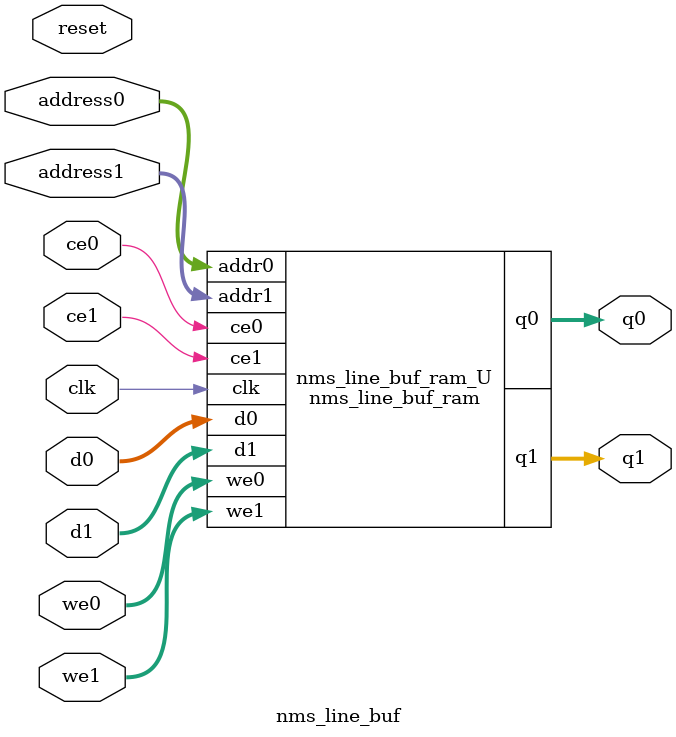
<source format=v>
`timescale 1 ns / 1 ps
module nms_line_buf_ram (addr0, ce0, d0, we0, q0, addr1, ce1, d1, we1, q1,  clk);

parameter DWIDTH = 48;
parameter AWIDTH = 8;
parameter MEM_SIZE = 256;
parameter COL_WIDTH = 8;
parameter NUM_COL = (DWIDTH/COL_WIDTH);

input[AWIDTH-1:0] addr0;
input ce0;
input[DWIDTH-1:0] d0;
input [NUM_COL-1:0] we0;
output reg[DWIDTH-1:0] q0;
input[AWIDTH-1:0] addr1;
input ce1;
input[DWIDTH-1:0] d1;
input [NUM_COL-1:0] we1;
output reg[DWIDTH-1:0] q1;
input clk;

(* ram_style = "block" *)reg [DWIDTH-1:0] ram[0:MEM_SIZE-1];



genvar i;

generate
    for (i=0;i<NUM_COL;i=i+1) begin
        always @(posedge clk) begin
            if (ce0) begin
                if (we0[i]) begin
                    ram[addr0][i*COL_WIDTH +: COL_WIDTH] <= d0[i*COL_WIDTH +: COL_WIDTH]; 
                end
                q0[i*COL_WIDTH +: COL_WIDTH] <= ram[addr0][i*COL_WIDTH +: COL_WIDTH];
            end
        end
    end
endgenerate


generate
    for (i=0;i<NUM_COL;i=i+1) begin
        always @(posedge clk) begin
            if (ce1) begin
                if (we1[i]) begin
                    ram[addr1][i*COL_WIDTH +: COL_WIDTH] <= d1[i*COL_WIDTH +: COL_WIDTH]; 
                end
                q1[i*COL_WIDTH +: COL_WIDTH] <= ram[addr1][i*COL_WIDTH +: COL_WIDTH];
            end
        end
    end
endgenerate


endmodule

`timescale 1 ns / 1 ps
module nms_line_buf(
    reset,
    clk,
    address0,
    ce0,
    we0,
    d0,
    q0,
    address1,
    ce1,
    we1,
    d1,
    q1);

parameter DataWidth = 32'd48;
parameter AddressRange = 32'd256;
parameter AddressWidth = 32'd8;
input reset;
input clk;
input[AddressWidth - 1:0] address0;
input ce0;
input[DataWidth/8 - 1:0] we0;
input[DataWidth - 1:0] d0;
output[DataWidth - 1:0] q0;
input[AddressWidth - 1:0] address1;
input ce1;
input[DataWidth/8 - 1:0] we1;
input[DataWidth - 1:0] d1;
output[DataWidth - 1:0] q1;



nms_line_buf_ram nms_line_buf_ram_U(
    .clk( clk ),
    .addr0( address0 ),
    .ce0( ce0 ),
    .we0( we0 ),
    .d0( d0 ),
    .q0( q0 ),
    .addr1( address1 ),
    .ce1( ce1 ),
    .we1( we1 ),
    .d1( d1 ),
    .q1( q1 ));

endmodule


</source>
